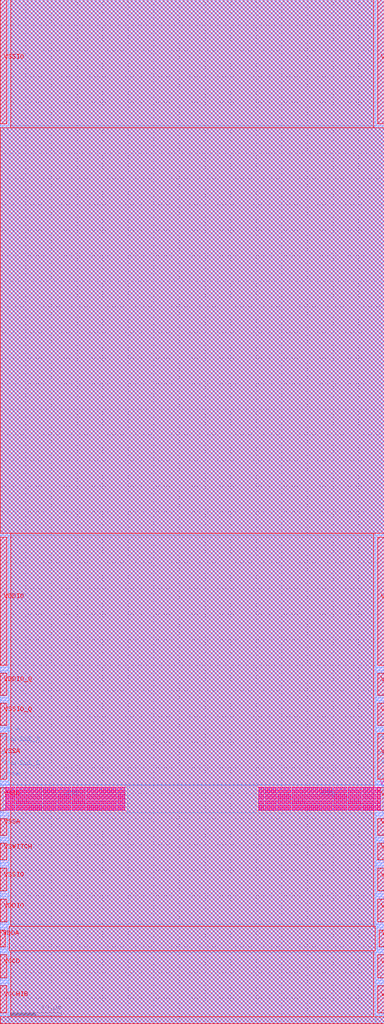
<source format=lef>
# Copyright 2020 The SkyWater PDK Authors
#
# Licensed under the Apache License, Version 2.0 (the "License");
# you may not use this file except in compliance with the License.
# You may obtain a copy of the License at
#
#     https://www.apache.org/licenses/LICENSE-2.0
#
# Unless required by applicable law or agreed to in writing, software
# distributed under the License is distributed on an "AS IS" BASIS,
# WITHOUT WARRANTIES OR CONDITIONS OF ANY KIND, either express or implied.
# See the License for the specific language governing permissions and
# limitations under the License.
#
# SPDX-License-Identifier: Apache-2.0

VERSION 5.5 ;
NAMESCASESENSITIVE ON ;
BUSBITCHARS "[]" ;
DIVIDERCHAR "/" ;
MACRO sky130_fd_io__overlay_vssd_hvc
  CLASS BLOCK ;
  SOURCE USER ;
  ORIGIN  0.000000  0.000000 ;
  SIZE 75 BY 200 ;
  SYMMETRY X Y R90 ;
  PIN AMUXBUS_A
    DIRECTION INOUT ;
    USE SIGNAL ;
    PORT
      LAYER met4 ;
        RECT 0.000000 53.125000 1.270000 56.105000 ;
    END
    PORT
      LAYER met4 ;
        RECT 73.730000 53.125000 75.000000 56.105000 ;
    END
  END AMUXBUS_A
  PIN AMUXBUS_B
    DIRECTION INOUT ;
    USE SIGNAL ;
    PORT
      LAYER met4 ;
        RECT 0.000000 48.365000 1.270000 51.345000 ;
    END
    PORT
      LAYER met4 ;
        RECT 73.730000 48.365000 75.000000 51.345000 ;
    END
  END AMUXBUS_B
  PIN VCCD
    DIRECTION INOUT ;
    USE POWER ;
    PORT
      LAYER met4 ;
        RECT 0.000000 8.885000 1.270000 13.535000 ;
    END
    PORT
      LAYER met4 ;
        RECT 73.730000 8.885000 75.000000 13.535000 ;
    END
    PORT
      LAYER met5 ;
        RECT 0.000000 8.985000 1.270000 13.435000 ;
    END
    PORT
      LAYER met5 ;
        RECT 73.730000 8.985000 75.000000 13.435000 ;
    END
  END VCCD
  PIN VCCHIB
    DIRECTION INOUT ;
    USE POWER ;
    PORT
      LAYER met4 ;
        RECT 0.000000 2.035000 1.270000 7.485000 ;
    END
    PORT
      LAYER met4 ;
        RECT 73.730000 2.035000 75.000000 7.485000 ;
    END
    PORT
      LAYER met5 ;
        RECT 0.000000 2.135000 1.270000 7.385000 ;
    END
    PORT
      LAYER met5 ;
        RECT 73.730000 2.135000 75.000000 7.385000 ;
    END
  END VCCHIB
  PIN VDDA
    DIRECTION INOUT ;
    USE POWER ;
    PORT
      LAYER met4 ;
        RECT 0.000000 14.935000 0.965000 18.385000 ;
    END
    PORT
      LAYER met4 ;
        RECT 74.035000 14.935000 75.000000 18.385000 ;
    END
    PORT
      LAYER met5 ;
        RECT 0.000000 15.035000 0.965000 18.285000 ;
    END
    PORT
      LAYER met5 ;
        RECT 74.035000 15.035000 75.000000 18.285000 ;
    END
  END VDDA
  PIN VDDIO
    DIRECTION INOUT ;
    USE POWER ;
    PORT
      LAYER met4 ;
        RECT 0.000000 19.785000 1.270000 24.435000 ;
    END
    PORT
      LAYER met4 ;
        RECT 0.000000 70.035000 1.270000 95.000000 ;
    END
    PORT
      LAYER met4 ;
        RECT 73.730000 19.785000 75.000000 24.435000 ;
    END
    PORT
      LAYER met4 ;
        RECT 73.730000 70.035000 75.000000 95.000000 ;
    END
    PORT
      LAYER met5 ;
        RECT 0.000000 19.885000 1.270000 24.335000 ;
    END
    PORT
      LAYER met5 ;
        RECT 0.000000 70.035000 1.270000 94.985000 ;
    END
    PORT
      LAYER met5 ;
        RECT 73.730000 19.885000 75.000000 24.335000 ;
    END
    PORT
      LAYER met5 ;
        RECT 73.730000 70.035000 75.000000 94.985000 ;
    END
  END VDDIO
  PIN VDDIO_Q
    DIRECTION INOUT ;
    USE POWER ;
    PORT
      LAYER met4 ;
        RECT 0.000000 64.085000 1.270000 68.535000 ;
    END
    PORT
      LAYER met4 ;
        RECT 73.730000 64.085000 75.000000 68.535000 ;
    END
    PORT
      LAYER met5 ;
        RECT 0.000000 64.185000 1.270000 68.435000 ;
    END
    PORT
      LAYER met5 ;
        RECT 73.730000 64.185000 75.000000 68.435000 ;
    END
  END VDDIO_Q
  PIN VSSA
    DIRECTION INOUT ;
    USE GROUND ;
    PORT
      LAYER met4 ;
        RECT 0.000000 36.735000 1.270000 40.185000 ;
    END
    PORT
      LAYER met4 ;
        RECT 0.000000 47.735000 1.270000 48.065000 ;
    END
    PORT
      LAYER met4 ;
        RECT 0.000000 51.645000 1.270000 52.825000 ;
    END
    PORT
      LAYER met4 ;
        RECT 0.000000 56.405000 1.270000 56.735000 ;
    END
    PORT
      LAYER met4 ;
        RECT 73.730000 36.735000 75.000000 40.185000 ;
    END
    PORT
      LAYER met4 ;
        RECT 73.730000 47.735000 75.000000 48.065000 ;
    END
    PORT
      LAYER met4 ;
        RECT 73.730000 51.645000 75.000000 52.825000 ;
    END
    PORT
      LAYER met4 ;
        RECT 73.730000 56.405000 75.000000 56.735000 ;
    END
    PORT
      LAYER met5 ;
        RECT 0.000000 36.840000 1.270000 40.085000 ;
    END
    PORT
      LAYER met5 ;
        RECT 0.000000 47.735000 1.270000 56.735000 ;
    END
    PORT
      LAYER met5 ;
        RECT 73.730000 36.840000 75.000000 40.085000 ;
    END
    PORT
      LAYER met5 ;
        RECT 73.730000 47.735000 75.000000 56.735000 ;
    END
  END VSSA
  PIN VSSD
    DIRECTION INOUT ;
    USE GROUND ;
    PORT
      LAYER met3 ;
        RECT 0.970000 41.590000 24.395000 46.230000 ;
    END
    PORT
      LAYER met3 ;
        RECT 50.390000 41.590000 74.290000 46.230000 ;
    END
    PORT
      LAYER met4 ;
        RECT 0.000000 41.585000 24.370000 46.235000 ;
    END
    PORT
      LAYER met4 ;
        RECT 50.415000 41.585000 75.000000 46.235000 ;
    END
    PORT
      LAYER met5 ;
        RECT 0.000000 41.685000 1.270000 46.135000 ;
    END
    PORT
      LAYER met5 ;
        RECT 73.730000 41.685000 75.000000 46.135000 ;
    END
    PORT
      LAYER via3 ;
        RECT  1.060000 41.660000  1.260000 41.860000 ;
        RECT  1.060000 42.090000  1.260000 42.290000 ;
        RECT  1.060000 42.520000  1.260000 42.720000 ;
        RECT  1.060000 42.950000  1.260000 43.150000 ;
        RECT  1.060000 43.380000  1.260000 43.580000 ;
        RECT  1.060000 43.810000  1.260000 44.010000 ;
        RECT  1.060000 44.240000  1.260000 44.440000 ;
        RECT  1.060000 44.670000  1.260000 44.870000 ;
        RECT  1.060000 45.100000  1.260000 45.300000 ;
        RECT  1.060000 45.530000  1.260000 45.730000 ;
        RECT  1.060000 45.960000  1.260000 46.160000 ;
        RECT  1.465000 41.660000  1.665000 41.860000 ;
        RECT  1.465000 42.090000  1.665000 42.290000 ;
        RECT  1.465000 42.520000  1.665000 42.720000 ;
        RECT  1.465000 42.950000  1.665000 43.150000 ;
        RECT  1.465000 43.380000  1.665000 43.580000 ;
        RECT  1.465000 43.810000  1.665000 44.010000 ;
        RECT  1.465000 44.240000  1.665000 44.440000 ;
        RECT  1.465000 44.670000  1.665000 44.870000 ;
        RECT  1.465000 45.100000  1.665000 45.300000 ;
        RECT  1.465000 45.530000  1.665000 45.730000 ;
        RECT  1.465000 45.960000  1.665000 46.160000 ;
        RECT  1.870000 41.660000  2.070000 41.860000 ;
        RECT  1.870000 42.090000  2.070000 42.290000 ;
        RECT  1.870000 42.520000  2.070000 42.720000 ;
        RECT  1.870000 42.950000  2.070000 43.150000 ;
        RECT  1.870000 43.380000  2.070000 43.580000 ;
        RECT  1.870000 43.810000  2.070000 44.010000 ;
        RECT  1.870000 44.240000  2.070000 44.440000 ;
        RECT  1.870000 44.670000  2.070000 44.870000 ;
        RECT  1.870000 45.100000  2.070000 45.300000 ;
        RECT  1.870000 45.530000  2.070000 45.730000 ;
        RECT  1.870000 45.960000  2.070000 46.160000 ;
        RECT  2.275000 41.660000  2.475000 41.860000 ;
        RECT  2.275000 42.090000  2.475000 42.290000 ;
        RECT  2.275000 42.520000  2.475000 42.720000 ;
        RECT  2.275000 42.950000  2.475000 43.150000 ;
        RECT  2.275000 43.380000  2.475000 43.580000 ;
        RECT  2.275000 43.810000  2.475000 44.010000 ;
        RECT  2.275000 44.240000  2.475000 44.440000 ;
        RECT  2.275000 44.670000  2.475000 44.870000 ;
        RECT  2.275000 45.100000  2.475000 45.300000 ;
        RECT  2.275000 45.530000  2.475000 45.730000 ;
        RECT  2.275000 45.960000  2.475000 46.160000 ;
        RECT  2.680000 41.660000  2.880000 41.860000 ;
        RECT  2.680000 42.090000  2.880000 42.290000 ;
        RECT  2.680000 42.520000  2.880000 42.720000 ;
        RECT  2.680000 42.950000  2.880000 43.150000 ;
        RECT  2.680000 43.380000  2.880000 43.580000 ;
        RECT  2.680000 43.810000  2.880000 44.010000 ;
        RECT  2.680000 44.240000  2.880000 44.440000 ;
        RECT  2.680000 44.670000  2.880000 44.870000 ;
        RECT  2.680000 45.100000  2.880000 45.300000 ;
        RECT  2.680000 45.530000  2.880000 45.730000 ;
        RECT  2.680000 45.960000  2.880000 46.160000 ;
        RECT  3.085000 41.660000  3.285000 41.860000 ;
        RECT  3.085000 42.090000  3.285000 42.290000 ;
        RECT  3.085000 42.520000  3.285000 42.720000 ;
        RECT  3.085000 42.950000  3.285000 43.150000 ;
        RECT  3.085000 43.380000  3.285000 43.580000 ;
        RECT  3.085000 43.810000  3.285000 44.010000 ;
        RECT  3.085000 44.240000  3.285000 44.440000 ;
        RECT  3.085000 44.670000  3.285000 44.870000 ;
        RECT  3.085000 45.100000  3.285000 45.300000 ;
        RECT  3.085000 45.530000  3.285000 45.730000 ;
        RECT  3.085000 45.960000  3.285000 46.160000 ;
        RECT  3.490000 41.660000  3.690000 41.860000 ;
        RECT  3.490000 42.090000  3.690000 42.290000 ;
        RECT  3.490000 42.520000  3.690000 42.720000 ;
        RECT  3.490000 42.950000  3.690000 43.150000 ;
        RECT  3.490000 43.380000  3.690000 43.580000 ;
        RECT  3.490000 43.810000  3.690000 44.010000 ;
        RECT  3.490000 44.240000  3.690000 44.440000 ;
        RECT  3.490000 44.670000  3.690000 44.870000 ;
        RECT  3.490000 45.100000  3.690000 45.300000 ;
        RECT  3.490000 45.530000  3.690000 45.730000 ;
        RECT  3.490000 45.960000  3.690000 46.160000 ;
        RECT  3.895000 41.660000  4.095000 41.860000 ;
        RECT  3.895000 42.090000  4.095000 42.290000 ;
        RECT  3.895000 42.520000  4.095000 42.720000 ;
        RECT  3.895000 42.950000  4.095000 43.150000 ;
        RECT  3.895000 43.380000  4.095000 43.580000 ;
        RECT  3.895000 43.810000  4.095000 44.010000 ;
        RECT  3.895000 44.240000  4.095000 44.440000 ;
        RECT  3.895000 44.670000  4.095000 44.870000 ;
        RECT  3.895000 45.100000  4.095000 45.300000 ;
        RECT  3.895000 45.530000  4.095000 45.730000 ;
        RECT  3.895000 45.960000  4.095000 46.160000 ;
        RECT  4.300000 41.660000  4.500000 41.860000 ;
        RECT  4.300000 42.090000  4.500000 42.290000 ;
        RECT  4.300000 42.520000  4.500000 42.720000 ;
        RECT  4.300000 42.950000  4.500000 43.150000 ;
        RECT  4.300000 43.380000  4.500000 43.580000 ;
        RECT  4.300000 43.810000  4.500000 44.010000 ;
        RECT  4.300000 44.240000  4.500000 44.440000 ;
        RECT  4.300000 44.670000  4.500000 44.870000 ;
        RECT  4.300000 45.100000  4.500000 45.300000 ;
        RECT  4.300000 45.530000  4.500000 45.730000 ;
        RECT  4.300000 45.960000  4.500000 46.160000 ;
        RECT  4.705000 41.660000  4.905000 41.860000 ;
        RECT  4.705000 42.090000  4.905000 42.290000 ;
        RECT  4.705000 42.520000  4.905000 42.720000 ;
        RECT  4.705000 42.950000  4.905000 43.150000 ;
        RECT  4.705000 43.380000  4.905000 43.580000 ;
        RECT  4.705000 43.810000  4.905000 44.010000 ;
        RECT  4.705000 44.240000  4.905000 44.440000 ;
        RECT  4.705000 44.670000  4.905000 44.870000 ;
        RECT  4.705000 45.100000  4.905000 45.300000 ;
        RECT  4.705000 45.530000  4.905000 45.730000 ;
        RECT  4.705000 45.960000  4.905000 46.160000 ;
        RECT  5.110000 41.660000  5.310000 41.860000 ;
        RECT  5.110000 42.090000  5.310000 42.290000 ;
        RECT  5.110000 42.520000  5.310000 42.720000 ;
        RECT  5.110000 42.950000  5.310000 43.150000 ;
        RECT  5.110000 43.380000  5.310000 43.580000 ;
        RECT  5.110000 43.810000  5.310000 44.010000 ;
        RECT  5.110000 44.240000  5.310000 44.440000 ;
        RECT  5.110000 44.670000  5.310000 44.870000 ;
        RECT  5.110000 45.100000  5.310000 45.300000 ;
        RECT  5.110000 45.530000  5.310000 45.730000 ;
        RECT  5.110000 45.960000  5.310000 46.160000 ;
        RECT  5.515000 41.660000  5.715000 41.860000 ;
        RECT  5.515000 42.090000  5.715000 42.290000 ;
        RECT  5.515000 42.520000  5.715000 42.720000 ;
        RECT  5.515000 42.950000  5.715000 43.150000 ;
        RECT  5.515000 43.380000  5.715000 43.580000 ;
        RECT  5.515000 43.810000  5.715000 44.010000 ;
        RECT  5.515000 44.240000  5.715000 44.440000 ;
        RECT  5.515000 44.670000  5.715000 44.870000 ;
        RECT  5.515000 45.100000  5.715000 45.300000 ;
        RECT  5.515000 45.530000  5.715000 45.730000 ;
        RECT  5.515000 45.960000  5.715000 46.160000 ;
        RECT  5.920000 41.660000  6.120000 41.860000 ;
        RECT  5.920000 42.090000  6.120000 42.290000 ;
        RECT  5.920000 42.520000  6.120000 42.720000 ;
        RECT  5.920000 42.950000  6.120000 43.150000 ;
        RECT  5.920000 43.380000  6.120000 43.580000 ;
        RECT  5.920000 43.810000  6.120000 44.010000 ;
        RECT  5.920000 44.240000  6.120000 44.440000 ;
        RECT  5.920000 44.670000  6.120000 44.870000 ;
        RECT  5.920000 45.100000  6.120000 45.300000 ;
        RECT  5.920000 45.530000  6.120000 45.730000 ;
        RECT  5.920000 45.960000  6.120000 46.160000 ;
        RECT  6.325000 41.660000  6.525000 41.860000 ;
        RECT  6.325000 42.090000  6.525000 42.290000 ;
        RECT  6.325000 42.520000  6.525000 42.720000 ;
        RECT  6.325000 42.950000  6.525000 43.150000 ;
        RECT  6.325000 43.380000  6.525000 43.580000 ;
        RECT  6.325000 43.810000  6.525000 44.010000 ;
        RECT  6.325000 44.240000  6.525000 44.440000 ;
        RECT  6.325000 44.670000  6.525000 44.870000 ;
        RECT  6.325000 45.100000  6.525000 45.300000 ;
        RECT  6.325000 45.530000  6.525000 45.730000 ;
        RECT  6.325000 45.960000  6.525000 46.160000 ;
        RECT  6.730000 41.660000  6.930000 41.860000 ;
        RECT  6.730000 42.090000  6.930000 42.290000 ;
        RECT  6.730000 42.520000  6.930000 42.720000 ;
        RECT  6.730000 42.950000  6.930000 43.150000 ;
        RECT  6.730000 43.380000  6.930000 43.580000 ;
        RECT  6.730000 43.810000  6.930000 44.010000 ;
        RECT  6.730000 44.240000  6.930000 44.440000 ;
        RECT  6.730000 44.670000  6.930000 44.870000 ;
        RECT  6.730000 45.100000  6.930000 45.300000 ;
        RECT  6.730000 45.530000  6.930000 45.730000 ;
        RECT  6.730000 45.960000  6.930000 46.160000 ;
        RECT  7.135000 41.660000  7.335000 41.860000 ;
        RECT  7.135000 42.090000  7.335000 42.290000 ;
        RECT  7.135000 42.520000  7.335000 42.720000 ;
        RECT  7.135000 42.950000  7.335000 43.150000 ;
        RECT  7.135000 43.380000  7.335000 43.580000 ;
        RECT  7.135000 43.810000  7.335000 44.010000 ;
        RECT  7.135000 44.240000  7.335000 44.440000 ;
        RECT  7.135000 44.670000  7.335000 44.870000 ;
        RECT  7.135000 45.100000  7.335000 45.300000 ;
        RECT  7.135000 45.530000  7.335000 45.730000 ;
        RECT  7.135000 45.960000  7.335000 46.160000 ;
        RECT  7.540000 41.660000  7.740000 41.860000 ;
        RECT  7.540000 42.090000  7.740000 42.290000 ;
        RECT  7.540000 42.520000  7.740000 42.720000 ;
        RECT  7.540000 42.950000  7.740000 43.150000 ;
        RECT  7.540000 43.380000  7.740000 43.580000 ;
        RECT  7.540000 43.810000  7.740000 44.010000 ;
        RECT  7.540000 44.240000  7.740000 44.440000 ;
        RECT  7.540000 44.670000  7.740000 44.870000 ;
        RECT  7.540000 45.100000  7.740000 45.300000 ;
        RECT  7.540000 45.530000  7.740000 45.730000 ;
        RECT  7.540000 45.960000  7.740000 46.160000 ;
        RECT  7.945000 41.660000  8.145000 41.860000 ;
        RECT  7.945000 42.090000  8.145000 42.290000 ;
        RECT  7.945000 42.520000  8.145000 42.720000 ;
        RECT  7.945000 42.950000  8.145000 43.150000 ;
        RECT  7.945000 43.380000  8.145000 43.580000 ;
        RECT  7.945000 43.810000  8.145000 44.010000 ;
        RECT  7.945000 44.240000  8.145000 44.440000 ;
        RECT  7.945000 44.670000  8.145000 44.870000 ;
        RECT  7.945000 45.100000  8.145000 45.300000 ;
        RECT  7.945000 45.530000  8.145000 45.730000 ;
        RECT  7.945000 45.960000  8.145000 46.160000 ;
        RECT  8.350000 41.660000  8.550000 41.860000 ;
        RECT  8.350000 42.090000  8.550000 42.290000 ;
        RECT  8.350000 42.520000  8.550000 42.720000 ;
        RECT  8.350000 42.950000  8.550000 43.150000 ;
        RECT  8.350000 43.380000  8.550000 43.580000 ;
        RECT  8.350000 43.810000  8.550000 44.010000 ;
        RECT  8.350000 44.240000  8.550000 44.440000 ;
        RECT  8.350000 44.670000  8.550000 44.870000 ;
        RECT  8.350000 45.100000  8.550000 45.300000 ;
        RECT  8.350000 45.530000  8.550000 45.730000 ;
        RECT  8.350000 45.960000  8.550000 46.160000 ;
        RECT  8.755000 41.660000  8.955000 41.860000 ;
        RECT  8.755000 42.090000  8.955000 42.290000 ;
        RECT  8.755000 42.520000  8.955000 42.720000 ;
        RECT  8.755000 42.950000  8.955000 43.150000 ;
        RECT  8.755000 43.380000  8.955000 43.580000 ;
        RECT  8.755000 43.810000  8.955000 44.010000 ;
        RECT  8.755000 44.240000  8.955000 44.440000 ;
        RECT  8.755000 44.670000  8.955000 44.870000 ;
        RECT  8.755000 45.100000  8.955000 45.300000 ;
        RECT  8.755000 45.530000  8.955000 45.730000 ;
        RECT  8.755000 45.960000  8.955000 46.160000 ;
        RECT  9.160000 41.660000  9.360000 41.860000 ;
        RECT  9.160000 42.090000  9.360000 42.290000 ;
        RECT  9.160000 42.520000  9.360000 42.720000 ;
        RECT  9.160000 42.950000  9.360000 43.150000 ;
        RECT  9.160000 43.380000  9.360000 43.580000 ;
        RECT  9.160000 43.810000  9.360000 44.010000 ;
        RECT  9.160000 44.240000  9.360000 44.440000 ;
        RECT  9.160000 44.670000  9.360000 44.870000 ;
        RECT  9.160000 45.100000  9.360000 45.300000 ;
        RECT  9.160000 45.530000  9.360000 45.730000 ;
        RECT  9.160000 45.960000  9.360000 46.160000 ;
        RECT  9.565000 41.660000  9.765000 41.860000 ;
        RECT  9.565000 42.090000  9.765000 42.290000 ;
        RECT  9.565000 42.520000  9.765000 42.720000 ;
        RECT  9.565000 42.950000  9.765000 43.150000 ;
        RECT  9.565000 43.380000  9.765000 43.580000 ;
        RECT  9.565000 43.810000  9.765000 44.010000 ;
        RECT  9.565000 44.240000  9.765000 44.440000 ;
        RECT  9.565000 44.670000  9.765000 44.870000 ;
        RECT  9.565000 45.100000  9.765000 45.300000 ;
        RECT  9.565000 45.530000  9.765000 45.730000 ;
        RECT  9.565000 45.960000  9.765000 46.160000 ;
        RECT  9.970000 41.660000 10.170000 41.860000 ;
        RECT  9.970000 42.090000 10.170000 42.290000 ;
        RECT  9.970000 42.520000 10.170000 42.720000 ;
        RECT  9.970000 42.950000 10.170000 43.150000 ;
        RECT  9.970000 43.380000 10.170000 43.580000 ;
        RECT  9.970000 43.810000 10.170000 44.010000 ;
        RECT  9.970000 44.240000 10.170000 44.440000 ;
        RECT  9.970000 44.670000 10.170000 44.870000 ;
        RECT  9.970000 45.100000 10.170000 45.300000 ;
        RECT  9.970000 45.530000 10.170000 45.730000 ;
        RECT  9.970000 45.960000 10.170000 46.160000 ;
        RECT 10.375000 41.660000 10.575000 41.860000 ;
        RECT 10.375000 42.090000 10.575000 42.290000 ;
        RECT 10.375000 42.520000 10.575000 42.720000 ;
        RECT 10.375000 42.950000 10.575000 43.150000 ;
        RECT 10.375000 43.380000 10.575000 43.580000 ;
        RECT 10.375000 43.810000 10.575000 44.010000 ;
        RECT 10.375000 44.240000 10.575000 44.440000 ;
        RECT 10.375000 44.670000 10.575000 44.870000 ;
        RECT 10.375000 45.100000 10.575000 45.300000 ;
        RECT 10.375000 45.530000 10.575000 45.730000 ;
        RECT 10.375000 45.960000 10.575000 46.160000 ;
        RECT 10.780000 41.660000 10.980000 41.860000 ;
        RECT 10.780000 42.090000 10.980000 42.290000 ;
        RECT 10.780000 42.520000 10.980000 42.720000 ;
        RECT 10.780000 42.950000 10.980000 43.150000 ;
        RECT 10.780000 43.380000 10.980000 43.580000 ;
        RECT 10.780000 43.810000 10.980000 44.010000 ;
        RECT 10.780000 44.240000 10.980000 44.440000 ;
        RECT 10.780000 44.670000 10.980000 44.870000 ;
        RECT 10.780000 45.100000 10.980000 45.300000 ;
        RECT 10.780000 45.530000 10.980000 45.730000 ;
        RECT 10.780000 45.960000 10.980000 46.160000 ;
        RECT 11.185000 41.660000 11.385000 41.860000 ;
        RECT 11.185000 42.090000 11.385000 42.290000 ;
        RECT 11.185000 42.520000 11.385000 42.720000 ;
        RECT 11.185000 42.950000 11.385000 43.150000 ;
        RECT 11.185000 43.380000 11.385000 43.580000 ;
        RECT 11.185000 43.810000 11.385000 44.010000 ;
        RECT 11.185000 44.240000 11.385000 44.440000 ;
        RECT 11.185000 44.670000 11.385000 44.870000 ;
        RECT 11.185000 45.100000 11.385000 45.300000 ;
        RECT 11.185000 45.530000 11.385000 45.730000 ;
        RECT 11.185000 45.960000 11.385000 46.160000 ;
        RECT 11.590000 41.660000 11.790000 41.860000 ;
        RECT 11.590000 42.090000 11.790000 42.290000 ;
        RECT 11.590000 42.520000 11.790000 42.720000 ;
        RECT 11.590000 42.950000 11.790000 43.150000 ;
        RECT 11.590000 43.380000 11.790000 43.580000 ;
        RECT 11.590000 43.810000 11.790000 44.010000 ;
        RECT 11.590000 44.240000 11.790000 44.440000 ;
        RECT 11.590000 44.670000 11.790000 44.870000 ;
        RECT 11.590000 45.100000 11.790000 45.300000 ;
        RECT 11.590000 45.530000 11.790000 45.730000 ;
        RECT 11.590000 45.960000 11.790000 46.160000 ;
        RECT 11.995000 41.660000 12.195000 41.860000 ;
        RECT 11.995000 42.090000 12.195000 42.290000 ;
        RECT 11.995000 42.520000 12.195000 42.720000 ;
        RECT 11.995000 42.950000 12.195000 43.150000 ;
        RECT 11.995000 43.380000 12.195000 43.580000 ;
        RECT 11.995000 43.810000 12.195000 44.010000 ;
        RECT 11.995000 44.240000 12.195000 44.440000 ;
        RECT 11.995000 44.670000 12.195000 44.870000 ;
        RECT 11.995000 45.100000 12.195000 45.300000 ;
        RECT 11.995000 45.530000 12.195000 45.730000 ;
        RECT 11.995000 45.960000 12.195000 46.160000 ;
        RECT 12.400000 41.660000 12.600000 41.860000 ;
        RECT 12.400000 42.090000 12.600000 42.290000 ;
        RECT 12.400000 42.520000 12.600000 42.720000 ;
        RECT 12.400000 42.950000 12.600000 43.150000 ;
        RECT 12.400000 43.380000 12.600000 43.580000 ;
        RECT 12.400000 43.810000 12.600000 44.010000 ;
        RECT 12.400000 44.240000 12.600000 44.440000 ;
        RECT 12.400000 44.670000 12.600000 44.870000 ;
        RECT 12.400000 45.100000 12.600000 45.300000 ;
        RECT 12.400000 45.530000 12.600000 45.730000 ;
        RECT 12.400000 45.960000 12.600000 46.160000 ;
        RECT 12.805000 41.660000 13.005000 41.860000 ;
        RECT 12.805000 42.090000 13.005000 42.290000 ;
        RECT 12.805000 42.520000 13.005000 42.720000 ;
        RECT 12.805000 42.950000 13.005000 43.150000 ;
        RECT 12.805000 43.380000 13.005000 43.580000 ;
        RECT 12.805000 43.810000 13.005000 44.010000 ;
        RECT 12.805000 44.240000 13.005000 44.440000 ;
        RECT 12.805000 44.670000 13.005000 44.870000 ;
        RECT 12.805000 45.100000 13.005000 45.300000 ;
        RECT 12.805000 45.530000 13.005000 45.730000 ;
        RECT 12.805000 45.960000 13.005000 46.160000 ;
        RECT 13.210000 41.660000 13.410000 41.860000 ;
        RECT 13.210000 42.090000 13.410000 42.290000 ;
        RECT 13.210000 42.520000 13.410000 42.720000 ;
        RECT 13.210000 42.950000 13.410000 43.150000 ;
        RECT 13.210000 43.380000 13.410000 43.580000 ;
        RECT 13.210000 43.810000 13.410000 44.010000 ;
        RECT 13.210000 44.240000 13.410000 44.440000 ;
        RECT 13.210000 44.670000 13.410000 44.870000 ;
        RECT 13.210000 45.100000 13.410000 45.300000 ;
        RECT 13.210000 45.530000 13.410000 45.730000 ;
        RECT 13.210000 45.960000 13.410000 46.160000 ;
        RECT 13.615000 41.660000 13.815000 41.860000 ;
        RECT 13.615000 42.090000 13.815000 42.290000 ;
        RECT 13.615000 42.520000 13.815000 42.720000 ;
        RECT 13.615000 42.950000 13.815000 43.150000 ;
        RECT 13.615000 43.380000 13.815000 43.580000 ;
        RECT 13.615000 43.810000 13.815000 44.010000 ;
        RECT 13.615000 44.240000 13.815000 44.440000 ;
        RECT 13.615000 44.670000 13.815000 44.870000 ;
        RECT 13.615000 45.100000 13.815000 45.300000 ;
        RECT 13.615000 45.530000 13.815000 45.730000 ;
        RECT 13.615000 45.960000 13.815000 46.160000 ;
        RECT 14.020000 41.660000 14.220000 41.860000 ;
        RECT 14.020000 42.090000 14.220000 42.290000 ;
        RECT 14.020000 42.520000 14.220000 42.720000 ;
        RECT 14.020000 42.950000 14.220000 43.150000 ;
        RECT 14.020000 43.380000 14.220000 43.580000 ;
        RECT 14.020000 43.810000 14.220000 44.010000 ;
        RECT 14.020000 44.240000 14.220000 44.440000 ;
        RECT 14.020000 44.670000 14.220000 44.870000 ;
        RECT 14.020000 45.100000 14.220000 45.300000 ;
        RECT 14.020000 45.530000 14.220000 45.730000 ;
        RECT 14.020000 45.960000 14.220000 46.160000 ;
        RECT 14.425000 41.660000 14.625000 41.860000 ;
        RECT 14.425000 42.090000 14.625000 42.290000 ;
        RECT 14.425000 42.520000 14.625000 42.720000 ;
        RECT 14.425000 42.950000 14.625000 43.150000 ;
        RECT 14.425000 43.380000 14.625000 43.580000 ;
        RECT 14.425000 43.810000 14.625000 44.010000 ;
        RECT 14.425000 44.240000 14.625000 44.440000 ;
        RECT 14.425000 44.670000 14.625000 44.870000 ;
        RECT 14.425000 45.100000 14.625000 45.300000 ;
        RECT 14.425000 45.530000 14.625000 45.730000 ;
        RECT 14.425000 45.960000 14.625000 46.160000 ;
        RECT 14.830000 41.660000 15.030000 41.860000 ;
        RECT 14.830000 42.090000 15.030000 42.290000 ;
        RECT 14.830000 42.520000 15.030000 42.720000 ;
        RECT 14.830000 42.950000 15.030000 43.150000 ;
        RECT 14.830000 43.380000 15.030000 43.580000 ;
        RECT 14.830000 43.810000 15.030000 44.010000 ;
        RECT 14.830000 44.240000 15.030000 44.440000 ;
        RECT 14.830000 44.670000 15.030000 44.870000 ;
        RECT 14.830000 45.100000 15.030000 45.300000 ;
        RECT 14.830000 45.530000 15.030000 45.730000 ;
        RECT 14.830000 45.960000 15.030000 46.160000 ;
        RECT 15.235000 41.660000 15.435000 41.860000 ;
        RECT 15.235000 42.090000 15.435000 42.290000 ;
        RECT 15.235000 42.520000 15.435000 42.720000 ;
        RECT 15.235000 42.950000 15.435000 43.150000 ;
        RECT 15.235000 43.380000 15.435000 43.580000 ;
        RECT 15.235000 43.810000 15.435000 44.010000 ;
        RECT 15.235000 44.240000 15.435000 44.440000 ;
        RECT 15.235000 44.670000 15.435000 44.870000 ;
        RECT 15.235000 45.100000 15.435000 45.300000 ;
        RECT 15.235000 45.530000 15.435000 45.730000 ;
        RECT 15.235000 45.960000 15.435000 46.160000 ;
        RECT 15.640000 41.660000 15.840000 41.860000 ;
        RECT 15.640000 42.090000 15.840000 42.290000 ;
        RECT 15.640000 42.520000 15.840000 42.720000 ;
        RECT 15.640000 42.950000 15.840000 43.150000 ;
        RECT 15.640000 43.380000 15.840000 43.580000 ;
        RECT 15.640000 43.810000 15.840000 44.010000 ;
        RECT 15.640000 44.240000 15.840000 44.440000 ;
        RECT 15.640000 44.670000 15.840000 44.870000 ;
        RECT 15.640000 45.100000 15.840000 45.300000 ;
        RECT 15.640000 45.530000 15.840000 45.730000 ;
        RECT 15.640000 45.960000 15.840000 46.160000 ;
        RECT 16.045000 41.660000 16.245000 41.860000 ;
        RECT 16.045000 42.090000 16.245000 42.290000 ;
        RECT 16.045000 42.520000 16.245000 42.720000 ;
        RECT 16.045000 42.950000 16.245000 43.150000 ;
        RECT 16.045000 43.380000 16.245000 43.580000 ;
        RECT 16.045000 43.810000 16.245000 44.010000 ;
        RECT 16.045000 44.240000 16.245000 44.440000 ;
        RECT 16.045000 44.670000 16.245000 44.870000 ;
        RECT 16.045000 45.100000 16.245000 45.300000 ;
        RECT 16.045000 45.530000 16.245000 45.730000 ;
        RECT 16.045000 45.960000 16.245000 46.160000 ;
        RECT 16.450000 41.660000 16.650000 41.860000 ;
        RECT 16.450000 42.090000 16.650000 42.290000 ;
        RECT 16.450000 42.520000 16.650000 42.720000 ;
        RECT 16.450000 42.950000 16.650000 43.150000 ;
        RECT 16.450000 43.380000 16.650000 43.580000 ;
        RECT 16.450000 43.810000 16.650000 44.010000 ;
        RECT 16.450000 44.240000 16.650000 44.440000 ;
        RECT 16.450000 44.670000 16.650000 44.870000 ;
        RECT 16.450000 45.100000 16.650000 45.300000 ;
        RECT 16.450000 45.530000 16.650000 45.730000 ;
        RECT 16.450000 45.960000 16.650000 46.160000 ;
        RECT 16.855000 41.660000 17.055000 41.860000 ;
        RECT 16.855000 42.090000 17.055000 42.290000 ;
        RECT 16.855000 42.520000 17.055000 42.720000 ;
        RECT 16.855000 42.950000 17.055000 43.150000 ;
        RECT 16.855000 43.380000 17.055000 43.580000 ;
        RECT 16.855000 43.810000 17.055000 44.010000 ;
        RECT 16.855000 44.240000 17.055000 44.440000 ;
        RECT 16.855000 44.670000 17.055000 44.870000 ;
        RECT 16.855000 45.100000 17.055000 45.300000 ;
        RECT 16.855000 45.530000 17.055000 45.730000 ;
        RECT 16.855000 45.960000 17.055000 46.160000 ;
        RECT 17.260000 41.660000 17.460000 41.860000 ;
        RECT 17.260000 42.090000 17.460000 42.290000 ;
        RECT 17.260000 42.520000 17.460000 42.720000 ;
        RECT 17.260000 42.950000 17.460000 43.150000 ;
        RECT 17.260000 43.380000 17.460000 43.580000 ;
        RECT 17.260000 43.810000 17.460000 44.010000 ;
        RECT 17.260000 44.240000 17.460000 44.440000 ;
        RECT 17.260000 44.670000 17.460000 44.870000 ;
        RECT 17.260000 45.100000 17.460000 45.300000 ;
        RECT 17.260000 45.530000 17.460000 45.730000 ;
        RECT 17.260000 45.960000 17.460000 46.160000 ;
        RECT 17.665000 41.660000 17.865000 41.860000 ;
        RECT 17.665000 42.090000 17.865000 42.290000 ;
        RECT 17.665000 42.520000 17.865000 42.720000 ;
        RECT 17.665000 42.950000 17.865000 43.150000 ;
        RECT 17.665000 43.380000 17.865000 43.580000 ;
        RECT 17.665000 43.810000 17.865000 44.010000 ;
        RECT 17.665000 44.240000 17.865000 44.440000 ;
        RECT 17.665000 44.670000 17.865000 44.870000 ;
        RECT 17.665000 45.100000 17.865000 45.300000 ;
        RECT 17.665000 45.530000 17.865000 45.730000 ;
        RECT 17.665000 45.960000 17.865000 46.160000 ;
        RECT 18.070000 41.660000 18.270000 41.860000 ;
        RECT 18.070000 42.090000 18.270000 42.290000 ;
        RECT 18.070000 42.520000 18.270000 42.720000 ;
        RECT 18.070000 42.950000 18.270000 43.150000 ;
        RECT 18.070000 43.380000 18.270000 43.580000 ;
        RECT 18.070000 43.810000 18.270000 44.010000 ;
        RECT 18.070000 44.240000 18.270000 44.440000 ;
        RECT 18.070000 44.670000 18.270000 44.870000 ;
        RECT 18.070000 45.100000 18.270000 45.300000 ;
        RECT 18.070000 45.530000 18.270000 45.730000 ;
        RECT 18.070000 45.960000 18.270000 46.160000 ;
        RECT 18.475000 41.660000 18.675000 41.860000 ;
        RECT 18.475000 42.090000 18.675000 42.290000 ;
        RECT 18.475000 42.520000 18.675000 42.720000 ;
        RECT 18.475000 42.950000 18.675000 43.150000 ;
        RECT 18.475000 43.380000 18.675000 43.580000 ;
        RECT 18.475000 43.810000 18.675000 44.010000 ;
        RECT 18.475000 44.240000 18.675000 44.440000 ;
        RECT 18.475000 44.670000 18.675000 44.870000 ;
        RECT 18.475000 45.100000 18.675000 45.300000 ;
        RECT 18.475000 45.530000 18.675000 45.730000 ;
        RECT 18.475000 45.960000 18.675000 46.160000 ;
        RECT 18.880000 41.660000 19.080000 41.860000 ;
        RECT 18.880000 42.090000 19.080000 42.290000 ;
        RECT 18.880000 42.520000 19.080000 42.720000 ;
        RECT 18.880000 42.950000 19.080000 43.150000 ;
        RECT 18.880000 43.380000 19.080000 43.580000 ;
        RECT 18.880000 43.810000 19.080000 44.010000 ;
        RECT 18.880000 44.240000 19.080000 44.440000 ;
        RECT 18.880000 44.670000 19.080000 44.870000 ;
        RECT 18.880000 45.100000 19.080000 45.300000 ;
        RECT 18.880000 45.530000 19.080000 45.730000 ;
        RECT 18.880000 45.960000 19.080000 46.160000 ;
        RECT 19.285000 41.660000 19.485000 41.860000 ;
        RECT 19.285000 42.090000 19.485000 42.290000 ;
        RECT 19.285000 42.520000 19.485000 42.720000 ;
        RECT 19.285000 42.950000 19.485000 43.150000 ;
        RECT 19.285000 43.380000 19.485000 43.580000 ;
        RECT 19.285000 43.810000 19.485000 44.010000 ;
        RECT 19.285000 44.240000 19.485000 44.440000 ;
        RECT 19.285000 44.670000 19.485000 44.870000 ;
        RECT 19.285000 45.100000 19.485000 45.300000 ;
        RECT 19.285000 45.530000 19.485000 45.730000 ;
        RECT 19.285000 45.960000 19.485000 46.160000 ;
        RECT 19.690000 41.660000 19.890000 41.860000 ;
        RECT 19.690000 42.090000 19.890000 42.290000 ;
        RECT 19.690000 42.520000 19.890000 42.720000 ;
        RECT 19.690000 42.950000 19.890000 43.150000 ;
        RECT 19.690000 43.380000 19.890000 43.580000 ;
        RECT 19.690000 43.810000 19.890000 44.010000 ;
        RECT 19.690000 44.240000 19.890000 44.440000 ;
        RECT 19.690000 44.670000 19.890000 44.870000 ;
        RECT 19.690000 45.100000 19.890000 45.300000 ;
        RECT 19.690000 45.530000 19.890000 45.730000 ;
        RECT 19.690000 45.960000 19.890000 46.160000 ;
        RECT 20.095000 41.660000 20.295000 41.860000 ;
        RECT 20.095000 42.090000 20.295000 42.290000 ;
        RECT 20.095000 42.520000 20.295000 42.720000 ;
        RECT 20.095000 42.950000 20.295000 43.150000 ;
        RECT 20.095000 43.380000 20.295000 43.580000 ;
        RECT 20.095000 43.810000 20.295000 44.010000 ;
        RECT 20.095000 44.240000 20.295000 44.440000 ;
        RECT 20.095000 44.670000 20.295000 44.870000 ;
        RECT 20.095000 45.100000 20.295000 45.300000 ;
        RECT 20.095000 45.530000 20.295000 45.730000 ;
        RECT 20.095000 45.960000 20.295000 46.160000 ;
        RECT 20.500000 41.660000 20.700000 41.860000 ;
        RECT 20.500000 42.090000 20.700000 42.290000 ;
        RECT 20.500000 42.520000 20.700000 42.720000 ;
        RECT 20.500000 42.950000 20.700000 43.150000 ;
        RECT 20.500000 43.380000 20.700000 43.580000 ;
        RECT 20.500000 43.810000 20.700000 44.010000 ;
        RECT 20.500000 44.240000 20.700000 44.440000 ;
        RECT 20.500000 44.670000 20.700000 44.870000 ;
        RECT 20.500000 45.100000 20.700000 45.300000 ;
        RECT 20.500000 45.530000 20.700000 45.730000 ;
        RECT 20.500000 45.960000 20.700000 46.160000 ;
        RECT 20.905000 41.660000 21.105000 41.860000 ;
        RECT 20.905000 42.090000 21.105000 42.290000 ;
        RECT 20.905000 42.520000 21.105000 42.720000 ;
        RECT 20.905000 42.950000 21.105000 43.150000 ;
        RECT 20.905000 43.380000 21.105000 43.580000 ;
        RECT 20.905000 43.810000 21.105000 44.010000 ;
        RECT 20.905000 44.240000 21.105000 44.440000 ;
        RECT 20.905000 44.670000 21.105000 44.870000 ;
        RECT 20.905000 45.100000 21.105000 45.300000 ;
        RECT 20.905000 45.530000 21.105000 45.730000 ;
        RECT 20.905000 45.960000 21.105000 46.160000 ;
        RECT 21.305000 41.660000 21.505000 41.860000 ;
        RECT 21.305000 42.090000 21.505000 42.290000 ;
        RECT 21.305000 42.520000 21.505000 42.720000 ;
        RECT 21.305000 42.950000 21.505000 43.150000 ;
        RECT 21.305000 43.380000 21.505000 43.580000 ;
        RECT 21.305000 43.810000 21.505000 44.010000 ;
        RECT 21.305000 44.240000 21.505000 44.440000 ;
        RECT 21.305000 44.670000 21.505000 44.870000 ;
        RECT 21.305000 45.100000 21.505000 45.300000 ;
        RECT 21.305000 45.530000 21.505000 45.730000 ;
        RECT 21.305000 45.960000 21.505000 46.160000 ;
        RECT 21.705000 41.660000 21.905000 41.860000 ;
        RECT 21.705000 42.090000 21.905000 42.290000 ;
        RECT 21.705000 42.520000 21.905000 42.720000 ;
        RECT 21.705000 42.950000 21.905000 43.150000 ;
        RECT 21.705000 43.380000 21.905000 43.580000 ;
        RECT 21.705000 43.810000 21.905000 44.010000 ;
        RECT 21.705000 44.240000 21.905000 44.440000 ;
        RECT 21.705000 44.670000 21.905000 44.870000 ;
        RECT 21.705000 45.100000 21.905000 45.300000 ;
        RECT 21.705000 45.530000 21.905000 45.730000 ;
        RECT 21.705000 45.960000 21.905000 46.160000 ;
        RECT 22.105000 41.660000 22.305000 41.860000 ;
        RECT 22.105000 42.090000 22.305000 42.290000 ;
        RECT 22.105000 42.520000 22.305000 42.720000 ;
        RECT 22.105000 42.950000 22.305000 43.150000 ;
        RECT 22.105000 43.380000 22.305000 43.580000 ;
        RECT 22.105000 43.810000 22.305000 44.010000 ;
        RECT 22.105000 44.240000 22.305000 44.440000 ;
        RECT 22.105000 44.670000 22.305000 44.870000 ;
        RECT 22.105000 45.100000 22.305000 45.300000 ;
        RECT 22.105000 45.530000 22.305000 45.730000 ;
        RECT 22.105000 45.960000 22.305000 46.160000 ;
        RECT 22.505000 41.660000 22.705000 41.860000 ;
        RECT 22.505000 42.090000 22.705000 42.290000 ;
        RECT 22.505000 42.520000 22.705000 42.720000 ;
        RECT 22.505000 42.950000 22.705000 43.150000 ;
        RECT 22.505000 43.380000 22.705000 43.580000 ;
        RECT 22.505000 43.810000 22.705000 44.010000 ;
        RECT 22.505000 44.240000 22.705000 44.440000 ;
        RECT 22.505000 44.670000 22.705000 44.870000 ;
        RECT 22.505000 45.100000 22.705000 45.300000 ;
        RECT 22.505000 45.530000 22.705000 45.730000 ;
        RECT 22.505000 45.960000 22.705000 46.160000 ;
        RECT 22.905000 41.660000 23.105000 41.860000 ;
        RECT 22.905000 42.090000 23.105000 42.290000 ;
        RECT 22.905000 42.520000 23.105000 42.720000 ;
        RECT 22.905000 42.950000 23.105000 43.150000 ;
        RECT 22.905000 43.380000 23.105000 43.580000 ;
        RECT 22.905000 43.810000 23.105000 44.010000 ;
        RECT 22.905000 44.240000 23.105000 44.440000 ;
        RECT 22.905000 44.670000 23.105000 44.870000 ;
        RECT 22.905000 45.100000 23.105000 45.300000 ;
        RECT 22.905000 45.530000 23.105000 45.730000 ;
        RECT 22.905000 45.960000 23.105000 46.160000 ;
        RECT 23.305000 41.660000 23.505000 41.860000 ;
        RECT 23.305000 42.090000 23.505000 42.290000 ;
        RECT 23.305000 42.520000 23.505000 42.720000 ;
        RECT 23.305000 42.950000 23.505000 43.150000 ;
        RECT 23.305000 43.380000 23.505000 43.580000 ;
        RECT 23.305000 43.810000 23.505000 44.010000 ;
        RECT 23.305000 44.240000 23.505000 44.440000 ;
        RECT 23.305000 44.670000 23.505000 44.870000 ;
        RECT 23.305000 45.100000 23.505000 45.300000 ;
        RECT 23.305000 45.530000 23.505000 45.730000 ;
        RECT 23.305000 45.960000 23.505000 46.160000 ;
        RECT 23.705000 41.660000 23.905000 41.860000 ;
        RECT 23.705000 42.090000 23.905000 42.290000 ;
        RECT 23.705000 42.520000 23.905000 42.720000 ;
        RECT 23.705000 42.950000 23.905000 43.150000 ;
        RECT 23.705000 43.380000 23.905000 43.580000 ;
        RECT 23.705000 43.810000 23.905000 44.010000 ;
        RECT 23.705000 44.240000 23.905000 44.440000 ;
        RECT 23.705000 44.670000 23.905000 44.870000 ;
        RECT 23.705000 45.100000 23.905000 45.300000 ;
        RECT 23.705000 45.530000 23.905000 45.730000 ;
        RECT 23.705000 45.960000 23.905000 46.160000 ;
        RECT 24.105000 41.660000 24.305000 41.860000 ;
        RECT 24.105000 42.090000 24.305000 42.290000 ;
        RECT 24.105000 42.520000 24.305000 42.720000 ;
        RECT 24.105000 42.950000 24.305000 43.150000 ;
        RECT 24.105000 43.380000 24.305000 43.580000 ;
        RECT 24.105000 43.810000 24.305000 44.010000 ;
        RECT 24.105000 44.240000 24.305000 44.440000 ;
        RECT 24.105000 44.670000 24.305000 44.870000 ;
        RECT 24.105000 45.100000 24.305000 45.300000 ;
        RECT 24.105000 45.530000 24.305000 45.730000 ;
        RECT 24.105000 45.960000 24.305000 46.160000 ;
        RECT 50.480000 41.660000 50.680000 41.860000 ;
        RECT 50.480000 42.090000 50.680000 42.290000 ;
        RECT 50.480000 42.520000 50.680000 42.720000 ;
        RECT 50.480000 42.950000 50.680000 43.150000 ;
        RECT 50.480000 43.380000 50.680000 43.580000 ;
        RECT 50.480000 43.810000 50.680000 44.010000 ;
        RECT 50.480000 44.240000 50.680000 44.440000 ;
        RECT 50.480000 44.670000 50.680000 44.870000 ;
        RECT 50.480000 45.100000 50.680000 45.300000 ;
        RECT 50.480000 45.530000 50.680000 45.730000 ;
        RECT 50.480000 45.960000 50.680000 46.160000 ;
        RECT 50.890000 41.660000 51.090000 41.860000 ;
        RECT 50.890000 42.090000 51.090000 42.290000 ;
        RECT 50.890000 42.520000 51.090000 42.720000 ;
        RECT 50.890000 42.950000 51.090000 43.150000 ;
        RECT 50.890000 43.380000 51.090000 43.580000 ;
        RECT 50.890000 43.810000 51.090000 44.010000 ;
        RECT 50.890000 44.240000 51.090000 44.440000 ;
        RECT 50.890000 44.670000 51.090000 44.870000 ;
        RECT 50.890000 45.100000 51.090000 45.300000 ;
        RECT 50.890000 45.530000 51.090000 45.730000 ;
        RECT 50.890000 45.960000 51.090000 46.160000 ;
        RECT 51.300000 41.660000 51.500000 41.860000 ;
        RECT 51.300000 42.090000 51.500000 42.290000 ;
        RECT 51.300000 42.520000 51.500000 42.720000 ;
        RECT 51.300000 42.950000 51.500000 43.150000 ;
        RECT 51.300000 43.380000 51.500000 43.580000 ;
        RECT 51.300000 43.810000 51.500000 44.010000 ;
        RECT 51.300000 44.240000 51.500000 44.440000 ;
        RECT 51.300000 44.670000 51.500000 44.870000 ;
        RECT 51.300000 45.100000 51.500000 45.300000 ;
        RECT 51.300000 45.530000 51.500000 45.730000 ;
        RECT 51.300000 45.960000 51.500000 46.160000 ;
        RECT 51.710000 41.660000 51.910000 41.860000 ;
        RECT 51.710000 42.090000 51.910000 42.290000 ;
        RECT 51.710000 42.520000 51.910000 42.720000 ;
        RECT 51.710000 42.950000 51.910000 43.150000 ;
        RECT 51.710000 43.380000 51.910000 43.580000 ;
        RECT 51.710000 43.810000 51.910000 44.010000 ;
        RECT 51.710000 44.240000 51.910000 44.440000 ;
        RECT 51.710000 44.670000 51.910000 44.870000 ;
        RECT 51.710000 45.100000 51.910000 45.300000 ;
        RECT 51.710000 45.530000 51.910000 45.730000 ;
        RECT 51.710000 45.960000 51.910000 46.160000 ;
        RECT 52.120000 41.660000 52.320000 41.860000 ;
        RECT 52.120000 42.090000 52.320000 42.290000 ;
        RECT 52.120000 42.520000 52.320000 42.720000 ;
        RECT 52.120000 42.950000 52.320000 43.150000 ;
        RECT 52.120000 43.380000 52.320000 43.580000 ;
        RECT 52.120000 43.810000 52.320000 44.010000 ;
        RECT 52.120000 44.240000 52.320000 44.440000 ;
        RECT 52.120000 44.670000 52.320000 44.870000 ;
        RECT 52.120000 45.100000 52.320000 45.300000 ;
        RECT 52.120000 45.530000 52.320000 45.730000 ;
        RECT 52.120000 45.960000 52.320000 46.160000 ;
        RECT 52.530000 41.660000 52.730000 41.860000 ;
        RECT 52.530000 42.090000 52.730000 42.290000 ;
        RECT 52.530000 42.520000 52.730000 42.720000 ;
        RECT 52.530000 42.950000 52.730000 43.150000 ;
        RECT 52.530000 43.380000 52.730000 43.580000 ;
        RECT 52.530000 43.810000 52.730000 44.010000 ;
        RECT 52.530000 44.240000 52.730000 44.440000 ;
        RECT 52.530000 44.670000 52.730000 44.870000 ;
        RECT 52.530000 45.100000 52.730000 45.300000 ;
        RECT 52.530000 45.530000 52.730000 45.730000 ;
        RECT 52.530000 45.960000 52.730000 46.160000 ;
        RECT 52.940000 41.660000 53.140000 41.860000 ;
        RECT 52.940000 42.090000 53.140000 42.290000 ;
        RECT 52.940000 42.520000 53.140000 42.720000 ;
        RECT 52.940000 42.950000 53.140000 43.150000 ;
        RECT 52.940000 43.380000 53.140000 43.580000 ;
        RECT 52.940000 43.810000 53.140000 44.010000 ;
        RECT 52.940000 44.240000 53.140000 44.440000 ;
        RECT 52.940000 44.670000 53.140000 44.870000 ;
        RECT 52.940000 45.100000 53.140000 45.300000 ;
        RECT 52.940000 45.530000 53.140000 45.730000 ;
        RECT 52.940000 45.960000 53.140000 46.160000 ;
        RECT 53.345000 41.660000 53.545000 41.860000 ;
        RECT 53.345000 42.090000 53.545000 42.290000 ;
        RECT 53.345000 42.520000 53.545000 42.720000 ;
        RECT 53.345000 42.950000 53.545000 43.150000 ;
        RECT 53.345000 43.380000 53.545000 43.580000 ;
        RECT 53.345000 43.810000 53.545000 44.010000 ;
        RECT 53.345000 44.240000 53.545000 44.440000 ;
        RECT 53.345000 44.670000 53.545000 44.870000 ;
        RECT 53.345000 45.100000 53.545000 45.300000 ;
        RECT 53.345000 45.530000 53.545000 45.730000 ;
        RECT 53.345000 45.960000 53.545000 46.160000 ;
        RECT 53.750000 41.660000 53.950000 41.860000 ;
        RECT 53.750000 42.090000 53.950000 42.290000 ;
        RECT 53.750000 42.520000 53.950000 42.720000 ;
        RECT 53.750000 42.950000 53.950000 43.150000 ;
        RECT 53.750000 43.380000 53.950000 43.580000 ;
        RECT 53.750000 43.810000 53.950000 44.010000 ;
        RECT 53.750000 44.240000 53.950000 44.440000 ;
        RECT 53.750000 44.670000 53.950000 44.870000 ;
        RECT 53.750000 45.100000 53.950000 45.300000 ;
        RECT 53.750000 45.530000 53.950000 45.730000 ;
        RECT 53.750000 45.960000 53.950000 46.160000 ;
        RECT 54.155000 41.660000 54.355000 41.860000 ;
        RECT 54.155000 42.090000 54.355000 42.290000 ;
        RECT 54.155000 42.520000 54.355000 42.720000 ;
        RECT 54.155000 42.950000 54.355000 43.150000 ;
        RECT 54.155000 43.380000 54.355000 43.580000 ;
        RECT 54.155000 43.810000 54.355000 44.010000 ;
        RECT 54.155000 44.240000 54.355000 44.440000 ;
        RECT 54.155000 44.670000 54.355000 44.870000 ;
        RECT 54.155000 45.100000 54.355000 45.300000 ;
        RECT 54.155000 45.530000 54.355000 45.730000 ;
        RECT 54.155000 45.960000 54.355000 46.160000 ;
        RECT 54.560000 41.660000 54.760000 41.860000 ;
        RECT 54.560000 42.090000 54.760000 42.290000 ;
        RECT 54.560000 42.520000 54.760000 42.720000 ;
        RECT 54.560000 42.950000 54.760000 43.150000 ;
        RECT 54.560000 43.380000 54.760000 43.580000 ;
        RECT 54.560000 43.810000 54.760000 44.010000 ;
        RECT 54.560000 44.240000 54.760000 44.440000 ;
        RECT 54.560000 44.670000 54.760000 44.870000 ;
        RECT 54.560000 45.100000 54.760000 45.300000 ;
        RECT 54.560000 45.530000 54.760000 45.730000 ;
        RECT 54.560000 45.960000 54.760000 46.160000 ;
        RECT 54.965000 41.660000 55.165000 41.860000 ;
        RECT 54.965000 42.090000 55.165000 42.290000 ;
        RECT 54.965000 42.520000 55.165000 42.720000 ;
        RECT 54.965000 42.950000 55.165000 43.150000 ;
        RECT 54.965000 43.380000 55.165000 43.580000 ;
        RECT 54.965000 43.810000 55.165000 44.010000 ;
        RECT 54.965000 44.240000 55.165000 44.440000 ;
        RECT 54.965000 44.670000 55.165000 44.870000 ;
        RECT 54.965000 45.100000 55.165000 45.300000 ;
        RECT 54.965000 45.530000 55.165000 45.730000 ;
        RECT 54.965000 45.960000 55.165000 46.160000 ;
        RECT 55.370000 41.660000 55.570000 41.860000 ;
        RECT 55.370000 42.090000 55.570000 42.290000 ;
        RECT 55.370000 42.520000 55.570000 42.720000 ;
        RECT 55.370000 42.950000 55.570000 43.150000 ;
        RECT 55.370000 43.380000 55.570000 43.580000 ;
        RECT 55.370000 43.810000 55.570000 44.010000 ;
        RECT 55.370000 44.240000 55.570000 44.440000 ;
        RECT 55.370000 44.670000 55.570000 44.870000 ;
        RECT 55.370000 45.100000 55.570000 45.300000 ;
        RECT 55.370000 45.530000 55.570000 45.730000 ;
        RECT 55.370000 45.960000 55.570000 46.160000 ;
        RECT 55.775000 41.660000 55.975000 41.860000 ;
        RECT 55.775000 42.090000 55.975000 42.290000 ;
        RECT 55.775000 42.520000 55.975000 42.720000 ;
        RECT 55.775000 42.950000 55.975000 43.150000 ;
        RECT 55.775000 43.380000 55.975000 43.580000 ;
        RECT 55.775000 43.810000 55.975000 44.010000 ;
        RECT 55.775000 44.240000 55.975000 44.440000 ;
        RECT 55.775000 44.670000 55.975000 44.870000 ;
        RECT 55.775000 45.100000 55.975000 45.300000 ;
        RECT 55.775000 45.530000 55.975000 45.730000 ;
        RECT 55.775000 45.960000 55.975000 46.160000 ;
        RECT 56.180000 41.660000 56.380000 41.860000 ;
        RECT 56.180000 42.090000 56.380000 42.290000 ;
        RECT 56.180000 42.520000 56.380000 42.720000 ;
        RECT 56.180000 42.950000 56.380000 43.150000 ;
        RECT 56.180000 43.380000 56.380000 43.580000 ;
        RECT 56.180000 43.810000 56.380000 44.010000 ;
        RECT 56.180000 44.240000 56.380000 44.440000 ;
        RECT 56.180000 44.670000 56.380000 44.870000 ;
        RECT 56.180000 45.100000 56.380000 45.300000 ;
        RECT 56.180000 45.530000 56.380000 45.730000 ;
        RECT 56.180000 45.960000 56.380000 46.160000 ;
        RECT 56.585000 41.660000 56.785000 41.860000 ;
        RECT 56.585000 42.090000 56.785000 42.290000 ;
        RECT 56.585000 42.520000 56.785000 42.720000 ;
        RECT 56.585000 42.950000 56.785000 43.150000 ;
        RECT 56.585000 43.380000 56.785000 43.580000 ;
        RECT 56.585000 43.810000 56.785000 44.010000 ;
        RECT 56.585000 44.240000 56.785000 44.440000 ;
        RECT 56.585000 44.670000 56.785000 44.870000 ;
        RECT 56.585000 45.100000 56.785000 45.300000 ;
        RECT 56.585000 45.530000 56.785000 45.730000 ;
        RECT 56.585000 45.960000 56.785000 46.160000 ;
        RECT 56.990000 41.660000 57.190000 41.860000 ;
        RECT 56.990000 42.090000 57.190000 42.290000 ;
        RECT 56.990000 42.520000 57.190000 42.720000 ;
        RECT 56.990000 42.950000 57.190000 43.150000 ;
        RECT 56.990000 43.380000 57.190000 43.580000 ;
        RECT 56.990000 43.810000 57.190000 44.010000 ;
        RECT 56.990000 44.240000 57.190000 44.440000 ;
        RECT 56.990000 44.670000 57.190000 44.870000 ;
        RECT 56.990000 45.100000 57.190000 45.300000 ;
        RECT 56.990000 45.530000 57.190000 45.730000 ;
        RECT 56.990000 45.960000 57.190000 46.160000 ;
        RECT 57.395000 41.660000 57.595000 41.860000 ;
        RECT 57.395000 42.090000 57.595000 42.290000 ;
        RECT 57.395000 42.520000 57.595000 42.720000 ;
        RECT 57.395000 42.950000 57.595000 43.150000 ;
        RECT 57.395000 43.380000 57.595000 43.580000 ;
        RECT 57.395000 43.810000 57.595000 44.010000 ;
        RECT 57.395000 44.240000 57.595000 44.440000 ;
        RECT 57.395000 44.670000 57.595000 44.870000 ;
        RECT 57.395000 45.100000 57.595000 45.300000 ;
        RECT 57.395000 45.530000 57.595000 45.730000 ;
        RECT 57.395000 45.960000 57.595000 46.160000 ;
        RECT 57.800000 41.660000 58.000000 41.860000 ;
        RECT 57.800000 42.090000 58.000000 42.290000 ;
        RECT 57.800000 42.520000 58.000000 42.720000 ;
        RECT 57.800000 42.950000 58.000000 43.150000 ;
        RECT 57.800000 43.380000 58.000000 43.580000 ;
        RECT 57.800000 43.810000 58.000000 44.010000 ;
        RECT 57.800000 44.240000 58.000000 44.440000 ;
        RECT 57.800000 44.670000 58.000000 44.870000 ;
        RECT 57.800000 45.100000 58.000000 45.300000 ;
        RECT 57.800000 45.530000 58.000000 45.730000 ;
        RECT 57.800000 45.960000 58.000000 46.160000 ;
        RECT 58.205000 41.660000 58.405000 41.860000 ;
        RECT 58.205000 42.090000 58.405000 42.290000 ;
        RECT 58.205000 42.520000 58.405000 42.720000 ;
        RECT 58.205000 42.950000 58.405000 43.150000 ;
        RECT 58.205000 43.380000 58.405000 43.580000 ;
        RECT 58.205000 43.810000 58.405000 44.010000 ;
        RECT 58.205000 44.240000 58.405000 44.440000 ;
        RECT 58.205000 44.670000 58.405000 44.870000 ;
        RECT 58.205000 45.100000 58.405000 45.300000 ;
        RECT 58.205000 45.530000 58.405000 45.730000 ;
        RECT 58.205000 45.960000 58.405000 46.160000 ;
        RECT 58.610000 41.660000 58.810000 41.860000 ;
        RECT 58.610000 42.090000 58.810000 42.290000 ;
        RECT 58.610000 42.520000 58.810000 42.720000 ;
        RECT 58.610000 42.950000 58.810000 43.150000 ;
        RECT 58.610000 43.380000 58.810000 43.580000 ;
        RECT 58.610000 43.810000 58.810000 44.010000 ;
        RECT 58.610000 44.240000 58.810000 44.440000 ;
        RECT 58.610000 44.670000 58.810000 44.870000 ;
        RECT 58.610000 45.100000 58.810000 45.300000 ;
        RECT 58.610000 45.530000 58.810000 45.730000 ;
        RECT 58.610000 45.960000 58.810000 46.160000 ;
        RECT 59.015000 41.660000 59.215000 41.860000 ;
        RECT 59.015000 42.090000 59.215000 42.290000 ;
        RECT 59.015000 42.520000 59.215000 42.720000 ;
        RECT 59.015000 42.950000 59.215000 43.150000 ;
        RECT 59.015000 43.380000 59.215000 43.580000 ;
        RECT 59.015000 43.810000 59.215000 44.010000 ;
        RECT 59.015000 44.240000 59.215000 44.440000 ;
        RECT 59.015000 44.670000 59.215000 44.870000 ;
        RECT 59.015000 45.100000 59.215000 45.300000 ;
        RECT 59.015000 45.530000 59.215000 45.730000 ;
        RECT 59.015000 45.960000 59.215000 46.160000 ;
        RECT 59.420000 41.660000 59.620000 41.860000 ;
        RECT 59.420000 42.090000 59.620000 42.290000 ;
        RECT 59.420000 42.520000 59.620000 42.720000 ;
        RECT 59.420000 42.950000 59.620000 43.150000 ;
        RECT 59.420000 43.380000 59.620000 43.580000 ;
        RECT 59.420000 43.810000 59.620000 44.010000 ;
        RECT 59.420000 44.240000 59.620000 44.440000 ;
        RECT 59.420000 44.670000 59.620000 44.870000 ;
        RECT 59.420000 45.100000 59.620000 45.300000 ;
        RECT 59.420000 45.530000 59.620000 45.730000 ;
        RECT 59.420000 45.960000 59.620000 46.160000 ;
        RECT 59.825000 41.660000 60.025000 41.860000 ;
        RECT 59.825000 42.090000 60.025000 42.290000 ;
        RECT 59.825000 42.520000 60.025000 42.720000 ;
        RECT 59.825000 42.950000 60.025000 43.150000 ;
        RECT 59.825000 43.380000 60.025000 43.580000 ;
        RECT 59.825000 43.810000 60.025000 44.010000 ;
        RECT 59.825000 44.240000 60.025000 44.440000 ;
        RECT 59.825000 44.670000 60.025000 44.870000 ;
        RECT 59.825000 45.100000 60.025000 45.300000 ;
        RECT 59.825000 45.530000 60.025000 45.730000 ;
        RECT 59.825000 45.960000 60.025000 46.160000 ;
        RECT 60.230000 41.660000 60.430000 41.860000 ;
        RECT 60.230000 42.090000 60.430000 42.290000 ;
        RECT 60.230000 42.520000 60.430000 42.720000 ;
        RECT 60.230000 42.950000 60.430000 43.150000 ;
        RECT 60.230000 43.380000 60.430000 43.580000 ;
        RECT 60.230000 43.810000 60.430000 44.010000 ;
        RECT 60.230000 44.240000 60.430000 44.440000 ;
        RECT 60.230000 44.670000 60.430000 44.870000 ;
        RECT 60.230000 45.100000 60.430000 45.300000 ;
        RECT 60.230000 45.530000 60.430000 45.730000 ;
        RECT 60.230000 45.960000 60.430000 46.160000 ;
        RECT 60.635000 41.660000 60.835000 41.860000 ;
        RECT 60.635000 42.090000 60.835000 42.290000 ;
        RECT 60.635000 42.520000 60.835000 42.720000 ;
        RECT 60.635000 42.950000 60.835000 43.150000 ;
        RECT 60.635000 43.380000 60.835000 43.580000 ;
        RECT 60.635000 43.810000 60.835000 44.010000 ;
        RECT 60.635000 44.240000 60.835000 44.440000 ;
        RECT 60.635000 44.670000 60.835000 44.870000 ;
        RECT 60.635000 45.100000 60.835000 45.300000 ;
        RECT 60.635000 45.530000 60.835000 45.730000 ;
        RECT 60.635000 45.960000 60.835000 46.160000 ;
        RECT 61.040000 41.660000 61.240000 41.860000 ;
        RECT 61.040000 42.090000 61.240000 42.290000 ;
        RECT 61.040000 42.520000 61.240000 42.720000 ;
        RECT 61.040000 42.950000 61.240000 43.150000 ;
        RECT 61.040000 43.380000 61.240000 43.580000 ;
        RECT 61.040000 43.810000 61.240000 44.010000 ;
        RECT 61.040000 44.240000 61.240000 44.440000 ;
        RECT 61.040000 44.670000 61.240000 44.870000 ;
        RECT 61.040000 45.100000 61.240000 45.300000 ;
        RECT 61.040000 45.530000 61.240000 45.730000 ;
        RECT 61.040000 45.960000 61.240000 46.160000 ;
        RECT 61.445000 41.660000 61.645000 41.860000 ;
        RECT 61.445000 42.090000 61.645000 42.290000 ;
        RECT 61.445000 42.520000 61.645000 42.720000 ;
        RECT 61.445000 42.950000 61.645000 43.150000 ;
        RECT 61.445000 43.380000 61.645000 43.580000 ;
        RECT 61.445000 43.810000 61.645000 44.010000 ;
        RECT 61.445000 44.240000 61.645000 44.440000 ;
        RECT 61.445000 44.670000 61.645000 44.870000 ;
        RECT 61.445000 45.100000 61.645000 45.300000 ;
        RECT 61.445000 45.530000 61.645000 45.730000 ;
        RECT 61.445000 45.960000 61.645000 46.160000 ;
        RECT 61.850000 41.660000 62.050000 41.860000 ;
        RECT 61.850000 42.090000 62.050000 42.290000 ;
        RECT 61.850000 42.520000 62.050000 42.720000 ;
        RECT 61.850000 42.950000 62.050000 43.150000 ;
        RECT 61.850000 43.380000 62.050000 43.580000 ;
        RECT 61.850000 43.810000 62.050000 44.010000 ;
        RECT 61.850000 44.240000 62.050000 44.440000 ;
        RECT 61.850000 44.670000 62.050000 44.870000 ;
        RECT 61.850000 45.100000 62.050000 45.300000 ;
        RECT 61.850000 45.530000 62.050000 45.730000 ;
        RECT 61.850000 45.960000 62.050000 46.160000 ;
        RECT 62.255000 41.660000 62.455000 41.860000 ;
        RECT 62.255000 42.090000 62.455000 42.290000 ;
        RECT 62.255000 42.520000 62.455000 42.720000 ;
        RECT 62.255000 42.950000 62.455000 43.150000 ;
        RECT 62.255000 43.380000 62.455000 43.580000 ;
        RECT 62.255000 43.810000 62.455000 44.010000 ;
        RECT 62.255000 44.240000 62.455000 44.440000 ;
        RECT 62.255000 44.670000 62.455000 44.870000 ;
        RECT 62.255000 45.100000 62.455000 45.300000 ;
        RECT 62.255000 45.530000 62.455000 45.730000 ;
        RECT 62.255000 45.960000 62.455000 46.160000 ;
        RECT 62.660000 41.660000 62.860000 41.860000 ;
        RECT 62.660000 42.090000 62.860000 42.290000 ;
        RECT 62.660000 42.520000 62.860000 42.720000 ;
        RECT 62.660000 42.950000 62.860000 43.150000 ;
        RECT 62.660000 43.380000 62.860000 43.580000 ;
        RECT 62.660000 43.810000 62.860000 44.010000 ;
        RECT 62.660000 44.240000 62.860000 44.440000 ;
        RECT 62.660000 44.670000 62.860000 44.870000 ;
        RECT 62.660000 45.100000 62.860000 45.300000 ;
        RECT 62.660000 45.530000 62.860000 45.730000 ;
        RECT 62.660000 45.960000 62.860000 46.160000 ;
        RECT 63.065000 41.660000 63.265000 41.860000 ;
        RECT 63.065000 42.090000 63.265000 42.290000 ;
        RECT 63.065000 42.520000 63.265000 42.720000 ;
        RECT 63.065000 42.950000 63.265000 43.150000 ;
        RECT 63.065000 43.380000 63.265000 43.580000 ;
        RECT 63.065000 43.810000 63.265000 44.010000 ;
        RECT 63.065000 44.240000 63.265000 44.440000 ;
        RECT 63.065000 44.670000 63.265000 44.870000 ;
        RECT 63.065000 45.100000 63.265000 45.300000 ;
        RECT 63.065000 45.530000 63.265000 45.730000 ;
        RECT 63.065000 45.960000 63.265000 46.160000 ;
        RECT 63.470000 41.660000 63.670000 41.860000 ;
        RECT 63.470000 42.090000 63.670000 42.290000 ;
        RECT 63.470000 42.520000 63.670000 42.720000 ;
        RECT 63.470000 42.950000 63.670000 43.150000 ;
        RECT 63.470000 43.380000 63.670000 43.580000 ;
        RECT 63.470000 43.810000 63.670000 44.010000 ;
        RECT 63.470000 44.240000 63.670000 44.440000 ;
        RECT 63.470000 44.670000 63.670000 44.870000 ;
        RECT 63.470000 45.100000 63.670000 45.300000 ;
        RECT 63.470000 45.530000 63.670000 45.730000 ;
        RECT 63.470000 45.960000 63.670000 46.160000 ;
        RECT 63.875000 41.660000 64.075000 41.860000 ;
        RECT 63.875000 42.090000 64.075000 42.290000 ;
        RECT 63.875000 42.520000 64.075000 42.720000 ;
        RECT 63.875000 42.950000 64.075000 43.150000 ;
        RECT 63.875000 43.380000 64.075000 43.580000 ;
        RECT 63.875000 43.810000 64.075000 44.010000 ;
        RECT 63.875000 44.240000 64.075000 44.440000 ;
        RECT 63.875000 44.670000 64.075000 44.870000 ;
        RECT 63.875000 45.100000 64.075000 45.300000 ;
        RECT 63.875000 45.530000 64.075000 45.730000 ;
        RECT 63.875000 45.960000 64.075000 46.160000 ;
        RECT 64.280000 41.660000 64.480000 41.860000 ;
        RECT 64.280000 42.090000 64.480000 42.290000 ;
        RECT 64.280000 42.520000 64.480000 42.720000 ;
        RECT 64.280000 42.950000 64.480000 43.150000 ;
        RECT 64.280000 43.380000 64.480000 43.580000 ;
        RECT 64.280000 43.810000 64.480000 44.010000 ;
        RECT 64.280000 44.240000 64.480000 44.440000 ;
        RECT 64.280000 44.670000 64.480000 44.870000 ;
        RECT 64.280000 45.100000 64.480000 45.300000 ;
        RECT 64.280000 45.530000 64.480000 45.730000 ;
        RECT 64.280000 45.960000 64.480000 46.160000 ;
        RECT 64.685000 41.660000 64.885000 41.860000 ;
        RECT 64.685000 42.090000 64.885000 42.290000 ;
        RECT 64.685000 42.520000 64.885000 42.720000 ;
        RECT 64.685000 42.950000 64.885000 43.150000 ;
        RECT 64.685000 43.380000 64.885000 43.580000 ;
        RECT 64.685000 43.810000 64.885000 44.010000 ;
        RECT 64.685000 44.240000 64.885000 44.440000 ;
        RECT 64.685000 44.670000 64.885000 44.870000 ;
        RECT 64.685000 45.100000 64.885000 45.300000 ;
        RECT 64.685000 45.530000 64.885000 45.730000 ;
        RECT 64.685000 45.960000 64.885000 46.160000 ;
        RECT 65.090000 41.660000 65.290000 41.860000 ;
        RECT 65.090000 42.090000 65.290000 42.290000 ;
        RECT 65.090000 42.520000 65.290000 42.720000 ;
        RECT 65.090000 42.950000 65.290000 43.150000 ;
        RECT 65.090000 43.380000 65.290000 43.580000 ;
        RECT 65.090000 43.810000 65.290000 44.010000 ;
        RECT 65.090000 44.240000 65.290000 44.440000 ;
        RECT 65.090000 44.670000 65.290000 44.870000 ;
        RECT 65.090000 45.100000 65.290000 45.300000 ;
        RECT 65.090000 45.530000 65.290000 45.730000 ;
        RECT 65.090000 45.960000 65.290000 46.160000 ;
        RECT 65.495000 41.660000 65.695000 41.860000 ;
        RECT 65.495000 42.090000 65.695000 42.290000 ;
        RECT 65.495000 42.520000 65.695000 42.720000 ;
        RECT 65.495000 42.950000 65.695000 43.150000 ;
        RECT 65.495000 43.380000 65.695000 43.580000 ;
        RECT 65.495000 43.810000 65.695000 44.010000 ;
        RECT 65.495000 44.240000 65.695000 44.440000 ;
        RECT 65.495000 44.670000 65.695000 44.870000 ;
        RECT 65.495000 45.100000 65.695000 45.300000 ;
        RECT 65.495000 45.530000 65.695000 45.730000 ;
        RECT 65.495000 45.960000 65.695000 46.160000 ;
        RECT 65.900000 41.660000 66.100000 41.860000 ;
        RECT 65.900000 42.090000 66.100000 42.290000 ;
        RECT 65.900000 42.520000 66.100000 42.720000 ;
        RECT 65.900000 42.950000 66.100000 43.150000 ;
        RECT 65.900000 43.380000 66.100000 43.580000 ;
        RECT 65.900000 43.810000 66.100000 44.010000 ;
        RECT 65.900000 44.240000 66.100000 44.440000 ;
        RECT 65.900000 44.670000 66.100000 44.870000 ;
        RECT 65.900000 45.100000 66.100000 45.300000 ;
        RECT 65.900000 45.530000 66.100000 45.730000 ;
        RECT 65.900000 45.960000 66.100000 46.160000 ;
        RECT 66.305000 41.660000 66.505000 41.860000 ;
        RECT 66.305000 42.090000 66.505000 42.290000 ;
        RECT 66.305000 42.520000 66.505000 42.720000 ;
        RECT 66.305000 42.950000 66.505000 43.150000 ;
        RECT 66.305000 43.380000 66.505000 43.580000 ;
        RECT 66.305000 43.810000 66.505000 44.010000 ;
        RECT 66.305000 44.240000 66.505000 44.440000 ;
        RECT 66.305000 44.670000 66.505000 44.870000 ;
        RECT 66.305000 45.100000 66.505000 45.300000 ;
        RECT 66.305000 45.530000 66.505000 45.730000 ;
        RECT 66.305000 45.960000 66.505000 46.160000 ;
        RECT 66.710000 41.660000 66.910000 41.860000 ;
        RECT 66.710000 42.090000 66.910000 42.290000 ;
        RECT 66.710000 42.520000 66.910000 42.720000 ;
        RECT 66.710000 42.950000 66.910000 43.150000 ;
        RECT 66.710000 43.380000 66.910000 43.580000 ;
        RECT 66.710000 43.810000 66.910000 44.010000 ;
        RECT 66.710000 44.240000 66.910000 44.440000 ;
        RECT 66.710000 44.670000 66.910000 44.870000 ;
        RECT 66.710000 45.100000 66.910000 45.300000 ;
        RECT 66.710000 45.530000 66.910000 45.730000 ;
        RECT 66.710000 45.960000 66.910000 46.160000 ;
        RECT 67.115000 41.660000 67.315000 41.860000 ;
        RECT 67.115000 42.090000 67.315000 42.290000 ;
        RECT 67.115000 42.520000 67.315000 42.720000 ;
        RECT 67.115000 42.950000 67.315000 43.150000 ;
        RECT 67.115000 43.380000 67.315000 43.580000 ;
        RECT 67.115000 43.810000 67.315000 44.010000 ;
        RECT 67.115000 44.240000 67.315000 44.440000 ;
        RECT 67.115000 44.670000 67.315000 44.870000 ;
        RECT 67.115000 45.100000 67.315000 45.300000 ;
        RECT 67.115000 45.530000 67.315000 45.730000 ;
        RECT 67.115000 45.960000 67.315000 46.160000 ;
        RECT 67.520000 41.660000 67.720000 41.860000 ;
        RECT 67.520000 42.090000 67.720000 42.290000 ;
        RECT 67.520000 42.520000 67.720000 42.720000 ;
        RECT 67.520000 42.950000 67.720000 43.150000 ;
        RECT 67.520000 43.380000 67.720000 43.580000 ;
        RECT 67.520000 43.810000 67.720000 44.010000 ;
        RECT 67.520000 44.240000 67.720000 44.440000 ;
        RECT 67.520000 44.670000 67.720000 44.870000 ;
        RECT 67.520000 45.100000 67.720000 45.300000 ;
        RECT 67.520000 45.530000 67.720000 45.730000 ;
        RECT 67.520000 45.960000 67.720000 46.160000 ;
        RECT 67.925000 41.660000 68.125000 41.860000 ;
        RECT 67.925000 42.090000 68.125000 42.290000 ;
        RECT 67.925000 42.520000 68.125000 42.720000 ;
        RECT 67.925000 42.950000 68.125000 43.150000 ;
        RECT 67.925000 43.380000 68.125000 43.580000 ;
        RECT 67.925000 43.810000 68.125000 44.010000 ;
        RECT 67.925000 44.240000 68.125000 44.440000 ;
        RECT 67.925000 44.670000 68.125000 44.870000 ;
        RECT 67.925000 45.100000 68.125000 45.300000 ;
        RECT 67.925000 45.530000 68.125000 45.730000 ;
        RECT 67.925000 45.960000 68.125000 46.160000 ;
        RECT 68.330000 41.660000 68.530000 41.860000 ;
        RECT 68.330000 42.090000 68.530000 42.290000 ;
        RECT 68.330000 42.520000 68.530000 42.720000 ;
        RECT 68.330000 42.950000 68.530000 43.150000 ;
        RECT 68.330000 43.380000 68.530000 43.580000 ;
        RECT 68.330000 43.810000 68.530000 44.010000 ;
        RECT 68.330000 44.240000 68.530000 44.440000 ;
        RECT 68.330000 44.670000 68.530000 44.870000 ;
        RECT 68.330000 45.100000 68.530000 45.300000 ;
        RECT 68.330000 45.530000 68.530000 45.730000 ;
        RECT 68.330000 45.960000 68.530000 46.160000 ;
        RECT 68.735000 41.660000 68.935000 41.860000 ;
        RECT 68.735000 42.090000 68.935000 42.290000 ;
        RECT 68.735000 42.520000 68.935000 42.720000 ;
        RECT 68.735000 42.950000 68.935000 43.150000 ;
        RECT 68.735000 43.380000 68.935000 43.580000 ;
        RECT 68.735000 43.810000 68.935000 44.010000 ;
        RECT 68.735000 44.240000 68.935000 44.440000 ;
        RECT 68.735000 44.670000 68.935000 44.870000 ;
        RECT 68.735000 45.100000 68.935000 45.300000 ;
        RECT 68.735000 45.530000 68.935000 45.730000 ;
        RECT 68.735000 45.960000 68.935000 46.160000 ;
        RECT 69.140000 41.660000 69.340000 41.860000 ;
        RECT 69.140000 42.090000 69.340000 42.290000 ;
        RECT 69.140000 42.520000 69.340000 42.720000 ;
        RECT 69.140000 42.950000 69.340000 43.150000 ;
        RECT 69.140000 43.380000 69.340000 43.580000 ;
        RECT 69.140000 43.810000 69.340000 44.010000 ;
        RECT 69.140000 44.240000 69.340000 44.440000 ;
        RECT 69.140000 44.670000 69.340000 44.870000 ;
        RECT 69.140000 45.100000 69.340000 45.300000 ;
        RECT 69.140000 45.530000 69.340000 45.730000 ;
        RECT 69.140000 45.960000 69.340000 46.160000 ;
        RECT 69.545000 41.660000 69.745000 41.860000 ;
        RECT 69.545000 42.090000 69.745000 42.290000 ;
        RECT 69.545000 42.520000 69.745000 42.720000 ;
        RECT 69.545000 42.950000 69.745000 43.150000 ;
        RECT 69.545000 43.380000 69.745000 43.580000 ;
        RECT 69.545000 43.810000 69.745000 44.010000 ;
        RECT 69.545000 44.240000 69.745000 44.440000 ;
        RECT 69.545000 44.670000 69.745000 44.870000 ;
        RECT 69.545000 45.100000 69.745000 45.300000 ;
        RECT 69.545000 45.530000 69.745000 45.730000 ;
        RECT 69.545000 45.960000 69.745000 46.160000 ;
        RECT 69.950000 41.660000 70.150000 41.860000 ;
        RECT 69.950000 42.090000 70.150000 42.290000 ;
        RECT 69.950000 42.520000 70.150000 42.720000 ;
        RECT 69.950000 42.950000 70.150000 43.150000 ;
        RECT 69.950000 43.380000 70.150000 43.580000 ;
        RECT 69.950000 43.810000 70.150000 44.010000 ;
        RECT 69.950000 44.240000 70.150000 44.440000 ;
        RECT 69.950000 44.670000 70.150000 44.870000 ;
        RECT 69.950000 45.100000 70.150000 45.300000 ;
        RECT 69.950000 45.530000 70.150000 45.730000 ;
        RECT 69.950000 45.960000 70.150000 46.160000 ;
        RECT 70.355000 41.660000 70.555000 41.860000 ;
        RECT 70.355000 42.090000 70.555000 42.290000 ;
        RECT 70.355000 42.520000 70.555000 42.720000 ;
        RECT 70.355000 42.950000 70.555000 43.150000 ;
        RECT 70.355000 43.380000 70.555000 43.580000 ;
        RECT 70.355000 43.810000 70.555000 44.010000 ;
        RECT 70.355000 44.240000 70.555000 44.440000 ;
        RECT 70.355000 44.670000 70.555000 44.870000 ;
        RECT 70.355000 45.100000 70.555000 45.300000 ;
        RECT 70.355000 45.530000 70.555000 45.730000 ;
        RECT 70.355000 45.960000 70.555000 46.160000 ;
        RECT 70.760000 41.660000 70.960000 41.860000 ;
        RECT 70.760000 42.090000 70.960000 42.290000 ;
        RECT 70.760000 42.520000 70.960000 42.720000 ;
        RECT 70.760000 42.950000 70.960000 43.150000 ;
        RECT 70.760000 43.380000 70.960000 43.580000 ;
        RECT 70.760000 43.810000 70.960000 44.010000 ;
        RECT 70.760000 44.240000 70.960000 44.440000 ;
        RECT 70.760000 44.670000 70.960000 44.870000 ;
        RECT 70.760000 45.100000 70.960000 45.300000 ;
        RECT 70.760000 45.530000 70.960000 45.730000 ;
        RECT 70.760000 45.960000 70.960000 46.160000 ;
        RECT 71.165000 41.660000 71.365000 41.860000 ;
        RECT 71.165000 42.090000 71.365000 42.290000 ;
        RECT 71.165000 42.520000 71.365000 42.720000 ;
        RECT 71.165000 42.950000 71.365000 43.150000 ;
        RECT 71.165000 43.380000 71.365000 43.580000 ;
        RECT 71.165000 43.810000 71.365000 44.010000 ;
        RECT 71.165000 44.240000 71.365000 44.440000 ;
        RECT 71.165000 44.670000 71.365000 44.870000 ;
        RECT 71.165000 45.100000 71.365000 45.300000 ;
        RECT 71.165000 45.530000 71.365000 45.730000 ;
        RECT 71.165000 45.960000 71.365000 46.160000 ;
        RECT 71.570000 41.660000 71.770000 41.860000 ;
        RECT 71.570000 42.090000 71.770000 42.290000 ;
        RECT 71.570000 42.520000 71.770000 42.720000 ;
        RECT 71.570000 42.950000 71.770000 43.150000 ;
        RECT 71.570000 43.380000 71.770000 43.580000 ;
        RECT 71.570000 43.810000 71.770000 44.010000 ;
        RECT 71.570000 44.240000 71.770000 44.440000 ;
        RECT 71.570000 44.670000 71.770000 44.870000 ;
        RECT 71.570000 45.100000 71.770000 45.300000 ;
        RECT 71.570000 45.530000 71.770000 45.730000 ;
        RECT 71.570000 45.960000 71.770000 46.160000 ;
        RECT 71.975000 41.660000 72.175000 41.860000 ;
        RECT 71.975000 42.090000 72.175000 42.290000 ;
        RECT 71.975000 42.520000 72.175000 42.720000 ;
        RECT 71.975000 42.950000 72.175000 43.150000 ;
        RECT 71.975000 43.380000 72.175000 43.580000 ;
        RECT 71.975000 43.810000 72.175000 44.010000 ;
        RECT 71.975000 44.240000 72.175000 44.440000 ;
        RECT 71.975000 44.670000 72.175000 44.870000 ;
        RECT 71.975000 45.100000 72.175000 45.300000 ;
        RECT 71.975000 45.530000 72.175000 45.730000 ;
        RECT 71.975000 45.960000 72.175000 46.160000 ;
        RECT 72.380000 41.660000 72.580000 41.860000 ;
        RECT 72.380000 42.090000 72.580000 42.290000 ;
        RECT 72.380000 42.520000 72.580000 42.720000 ;
        RECT 72.380000 42.950000 72.580000 43.150000 ;
        RECT 72.380000 43.380000 72.580000 43.580000 ;
        RECT 72.380000 43.810000 72.580000 44.010000 ;
        RECT 72.380000 44.240000 72.580000 44.440000 ;
        RECT 72.380000 44.670000 72.580000 44.870000 ;
        RECT 72.380000 45.100000 72.580000 45.300000 ;
        RECT 72.380000 45.530000 72.580000 45.730000 ;
        RECT 72.380000 45.960000 72.580000 46.160000 ;
        RECT 72.785000 41.660000 72.985000 41.860000 ;
        RECT 72.785000 42.090000 72.985000 42.290000 ;
        RECT 72.785000 42.520000 72.985000 42.720000 ;
        RECT 72.785000 42.950000 72.985000 43.150000 ;
        RECT 72.785000 43.380000 72.985000 43.580000 ;
        RECT 72.785000 43.810000 72.985000 44.010000 ;
        RECT 72.785000 44.240000 72.985000 44.440000 ;
        RECT 72.785000 44.670000 72.985000 44.870000 ;
        RECT 72.785000 45.100000 72.985000 45.300000 ;
        RECT 72.785000 45.530000 72.985000 45.730000 ;
        RECT 72.785000 45.960000 72.985000 46.160000 ;
        RECT 73.190000 41.660000 73.390000 41.860000 ;
        RECT 73.190000 42.090000 73.390000 42.290000 ;
        RECT 73.190000 42.520000 73.390000 42.720000 ;
        RECT 73.190000 42.950000 73.390000 43.150000 ;
        RECT 73.190000 43.380000 73.390000 43.580000 ;
        RECT 73.190000 43.810000 73.390000 44.010000 ;
        RECT 73.190000 44.240000 73.390000 44.440000 ;
        RECT 73.190000 44.670000 73.390000 44.870000 ;
        RECT 73.190000 45.100000 73.390000 45.300000 ;
        RECT 73.190000 45.530000 73.390000 45.730000 ;
        RECT 73.190000 45.960000 73.390000 46.160000 ;
        RECT 73.595000 41.660000 73.795000 41.860000 ;
        RECT 73.595000 42.090000 73.795000 42.290000 ;
        RECT 73.595000 42.520000 73.795000 42.720000 ;
        RECT 73.595000 42.950000 73.795000 43.150000 ;
        RECT 73.595000 43.380000 73.795000 43.580000 ;
        RECT 73.595000 43.810000 73.795000 44.010000 ;
        RECT 73.595000 44.240000 73.795000 44.440000 ;
        RECT 73.595000 44.670000 73.795000 44.870000 ;
        RECT 73.595000 45.100000 73.795000 45.300000 ;
        RECT 73.595000 45.530000 73.795000 45.730000 ;
        RECT 73.595000 45.960000 73.795000 46.160000 ;
        RECT 74.000000 41.660000 74.200000 41.860000 ;
        RECT 74.000000 42.090000 74.200000 42.290000 ;
        RECT 74.000000 42.520000 74.200000 42.720000 ;
        RECT 74.000000 42.950000 74.200000 43.150000 ;
        RECT 74.000000 43.380000 74.200000 43.580000 ;
        RECT 74.000000 43.810000 74.200000 44.010000 ;
        RECT 74.000000 44.240000 74.200000 44.440000 ;
        RECT 74.000000 44.670000 74.200000 44.870000 ;
        RECT 74.000000 45.100000 74.200000 45.300000 ;
        RECT 74.000000 45.530000 74.200000 45.730000 ;
        RECT 74.000000 45.960000 74.200000 46.160000 ;
    END
  END VSSD
  PIN VSSIO
    DIRECTION INOUT ;
    USE GROUND ;
    PORT
      LAYER met4 ;
        RECT 0.000000 175.785000 1.270000 200.000000 ;
    END
    PORT
      LAYER met4 ;
        RECT 0.000000 25.835000 1.270000 30.485000 ;
    END
    PORT
      LAYER met4 ;
        RECT 73.730000 175.785000 75.000000 200.000000 ;
    END
    PORT
      LAYER met4 ;
        RECT 73.730000 25.835000 75.000000 30.485000 ;
    END
    PORT
      LAYER met5 ;
        RECT 0.000000 175.785000 1.270000 200.000000 ;
    END
    PORT
      LAYER met5 ;
        RECT 0.000000 25.935000 1.270000 30.385000 ;
    END
    PORT
      LAYER met5 ;
        RECT 73.730000 175.785000 75.000000 200.000000 ;
    END
    PORT
      LAYER met5 ;
        RECT 73.730000 25.935000 75.000000 30.385000 ;
    END
  END VSSIO
  PIN VSSIO_Q
    DIRECTION INOUT ;
    USE GROUND ;
    PORT
      LAYER met4 ;
        RECT 0.000000 58.235000 1.270000 62.685000 ;
    END
    PORT
      LAYER met4 ;
        RECT 73.730000 58.235000 75.000000 62.685000 ;
    END
    PORT
      LAYER met5 ;
        RECT 0.000000 58.335000 1.270000 62.585000 ;
    END
    PORT
      LAYER met5 ;
        RECT 73.730000 58.335000 75.000000 62.585000 ;
    END
  END VSSIO_Q
  PIN VSWITCH
    DIRECTION INOUT ;
    USE POWER ;
    PORT
      LAYER met4 ;
        RECT 0.000000 31.885000 1.270000 35.335000 ;
    END
    PORT
      LAYER met4 ;
        RECT 73.730000 31.885000 75.000000 35.335000 ;
    END
    PORT
      LAYER met5 ;
        RECT 0.000000 31.985000 1.270000 35.235000 ;
    END
    PORT
      LAYER met5 ;
        RECT 73.730000 31.985000 75.000000 35.235000 ;
    END
  END VSWITCH
  OBS
    LAYER met1 ;
      RECT 0.000000 0.000000 75.000000 200.000000 ;
    LAYER met2 ;
      RECT 0.000000 0.000000 75.000000 200.000000 ;
    LAYER met3 ;
      RECT  0.000000  0.000000 75.000000  41.190000 ;
      RECT  0.000000 41.190000  0.570000  46.630000 ;
      RECT  0.000000 46.630000 75.000000 200.000000 ;
      RECT 24.795000 41.190000 49.990000  46.630000 ;
      RECT 74.690000 41.190000 75.000000  46.630000 ;
    LAYER met4 ;
      RECT  0.000000   0.000000  1.670000   1.635000 ;
      RECT  0.000000   7.885000  1.670000   8.485000 ;
      RECT  0.000000  13.935000  1.365000  14.535000 ;
      RECT  0.000000  18.785000  1.365000  19.385000 ;
      RECT  0.000000  24.835000  1.670000  25.435000 ;
      RECT  0.000000  30.885000  1.670000  31.485000 ;
      RECT  0.000000  35.735000  1.670000  36.335000 ;
      RECT  0.000000  40.585000  1.670000  41.185000 ;
      RECT  0.000000  46.635000  1.670000  47.335000 ;
      RECT  0.000000  57.135000  1.670000  57.835000 ;
      RECT  0.000000  63.085000  1.670000  63.685000 ;
      RECT  0.000000  68.935000  1.670000  69.635000 ;
      RECT  0.000000  95.400000 75.000000 175.385000 ;
      RECT  1.365000  13.935000 73.635000  19.385000 ;
      RECT  1.670000   0.000000 73.330000  13.935000 ;
      RECT  1.670000  19.385000 73.330000  41.185000 ;
      RECT  1.670000  46.635000 73.330000  95.400000 ;
      RECT  1.670000 175.385000 73.330000 200.000000 ;
      RECT 24.770000  41.185000 50.015000  46.635000 ;
      RECT 73.330000   0.000000 75.000000   1.635000 ;
      RECT 73.330000   7.885000 75.000000   8.485000 ;
      RECT 73.330000  24.835000 75.000000  25.435000 ;
      RECT 73.330000  30.885000 75.000000  31.485000 ;
      RECT 73.330000  35.735000 75.000000  36.335000 ;
      RECT 73.330000  40.585000 75.000000  41.185000 ;
      RECT 73.330000  46.635000 75.000000  47.335000 ;
      RECT 73.330000  57.135000 75.000000  57.835000 ;
      RECT 73.330000  63.085000 75.000000  63.685000 ;
      RECT 73.330000  68.935000 75.000000  69.635000 ;
      RECT 73.635000  13.935000 75.000000  14.535000 ;
      RECT 73.635000  18.785000 75.000000  19.385000 ;
    LAYER met5 ;
      RECT 0.000000   0.000000 75.000000   1.335000 ;
      RECT 0.000000  95.785000 75.000000 174.985000 ;
      RECT 1.765000  14.235000 73.235000  19.085000 ;
      RECT 2.070000   1.335000 72.930000  14.235000 ;
      RECT 2.070000  19.085000 72.930000  95.785000 ;
      RECT 2.070000 174.985000 72.930000 200.000000 ;
  END
END sky130_fd_io__overlay_vssd_hvc
END LIBRARY

</source>
